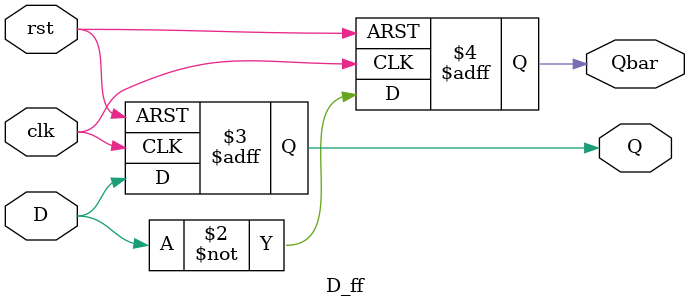
<source format=v>
module D_ff(D,clk,rst,Q,Qbar);
  input clk,rst,D;
  output reg Q,Qbar;
  always@(posedge clk or posedge rst) begin
    if(rst) begin
      Q<=1'b0;
      Qbar<=1'b1;
    end
    else begin
      Q<=D;
      Qbar<= ~D;
    end
  end
endmodule

</source>
